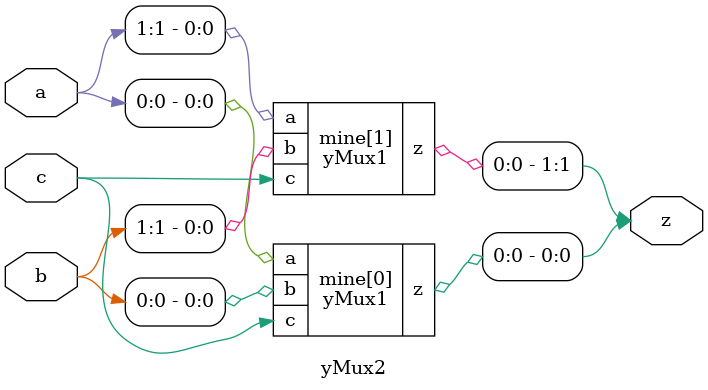
<source format=v>
module example1(a,b,c,z);
  input a,b,c;

  //input [1:0] a, b if mux and two into
  // if mux output has to be output [1:0] z;
  wire tmp;
  output z;
  //output z, c;

  assign tmp = ~a & c;
  assign z = ~tmp ^ b;

  endmodule


  module yMux1(z,a,b,c);

    output z;
    input a,b,c;
    wire tmp, tmp2;

    assign tmp = ~c & a;
    assign tmp2 = c & b;
    assign z = tmp | tmp2;
  endmodule


module yMux2(z,a,b,c);
  parameter SIZE = 2;
  output[SIZE - 1:0] z;
  input[SIZE - 1:0] a,b;
  input c;
  yMux1 mine[1:0](z, a, b, c);
endmodule


</source>
